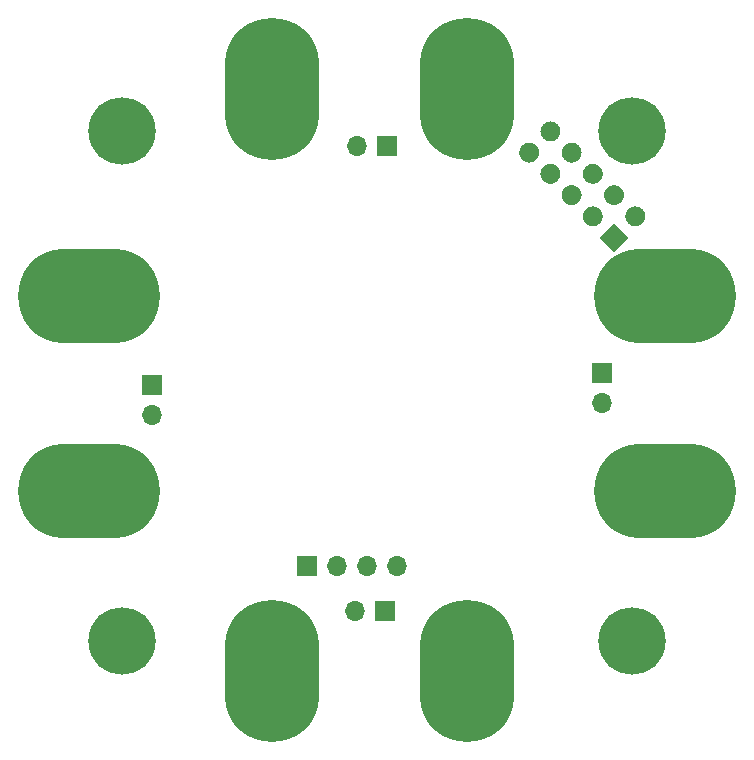
<source format=gbr>
%TF.GenerationSoftware,KiCad,Pcbnew,(5.1.8-0-10_14)*%
%TF.CreationDate,2021-02-16T17:48:47+08:00*%
%TF.ProjectId,batt_board,62617474-5f62-46f6-9172-642e6b696361,rev?*%
%TF.SameCoordinates,Original*%
%TF.FileFunction,Soldermask,Bot*%
%TF.FilePolarity,Negative*%
%FSLAX46Y46*%
G04 Gerber Fmt 4.6, Leading zero omitted, Abs format (unit mm)*
G04 Created by KiCad (PCBNEW (5.1.8-0-10_14)) date 2021-02-16 17:48:47*
%MOMM*%
%LPD*%
G01*
G04 APERTURE LIST*
%ADD10O,12.000000X8.000000*%
%ADD11O,8.000000X12.000000*%
%ADD12O,1.700000X1.700000*%
%ADD13R,1.700000X1.700000*%
%ADD14C,0.100000*%
%ADD15C,5.700000*%
%ADD16C,3.600000*%
G04 APERTURE END LIST*
D10*
%TO.C,J3*%
X97520000Y-78740000D03*
X97520000Y-95250000D03*
%TD*%
D11*
%TO.C,J5*%
X129540000Y-61190000D03*
X113030000Y-61190000D03*
%TD*%
D10*
%TO.C,J4*%
X146320000Y-95250000D03*
X146320000Y-78740000D03*
%TD*%
D11*
%TO.C,J2*%
X129540000Y-110490000D03*
X113030000Y-110490000D03*
%TD*%
D12*
%TO.C,Receiver1*%
X123571000Y-101600000D03*
X121031000Y-101600000D03*
X118491000Y-101600000D03*
D13*
X115951000Y-101600000D03*
%TD*%
D12*
%TO.C,CH4*%
X140970000Y-87830000D03*
D13*
X140970000Y-85290000D03*
%TD*%
D12*
%TO.C,CH3*%
X120250000Y-66040000D03*
D13*
X122790000Y-66040000D03*
%TD*%
%TO.C,conn2upper1*%
G36*
G01*
X137198887Y-64205703D02*
X137198887Y-64205703D01*
G75*
G02*
X137198887Y-65407785I-601041J-601041D01*
G01*
X137198887Y-65407785D01*
G75*
G02*
X135996805Y-65407785I-601041J601041D01*
G01*
X135996805Y-65407785D01*
G75*
G02*
X135996805Y-64205703I601041J601041D01*
G01*
X135996805Y-64205703D01*
G75*
G02*
X137198887Y-64205703I601041J-601041D01*
G01*
G37*
G36*
G01*
X135402836Y-66001754D02*
X135402836Y-66001754D01*
G75*
G02*
X135402836Y-67203836I-601041J-601041D01*
G01*
X135402836Y-67203836D01*
G75*
G02*
X134200754Y-67203836I-601041J601041D01*
G01*
X134200754Y-67203836D01*
G75*
G02*
X134200754Y-66001754I601041J601041D01*
G01*
X134200754Y-66001754D01*
G75*
G02*
X135402836Y-66001754I601041J-601041D01*
G01*
G37*
G36*
G01*
X138994939Y-66001754D02*
X138994939Y-66001754D01*
G75*
G02*
X138994939Y-67203836I-601041J-601041D01*
G01*
X138994939Y-67203836D01*
G75*
G02*
X137792857Y-67203836I-601041J601041D01*
G01*
X137792857Y-67203836D01*
G75*
G02*
X137792857Y-66001754I601041J601041D01*
G01*
X137792857Y-66001754D01*
G75*
G02*
X138994939Y-66001754I601041J-601041D01*
G01*
G37*
G36*
G01*
X137198887Y-67797805D02*
X137198887Y-67797805D01*
G75*
G02*
X137198887Y-68999887I-601041J-601041D01*
G01*
X137198887Y-68999887D01*
G75*
G02*
X135996805Y-68999887I-601041J601041D01*
G01*
X135996805Y-68999887D01*
G75*
G02*
X135996805Y-67797805I601041J601041D01*
G01*
X135996805Y-67797805D01*
G75*
G02*
X137198887Y-67797805I601041J-601041D01*
G01*
G37*
G36*
G01*
X140790990Y-67797805D02*
X140790990Y-67797805D01*
G75*
G02*
X140790990Y-68999887I-601041J-601041D01*
G01*
X140790990Y-68999887D01*
G75*
G02*
X139588908Y-68999887I-601041J601041D01*
G01*
X139588908Y-68999887D01*
G75*
G02*
X139588908Y-67797805I601041J601041D01*
G01*
X139588908Y-67797805D01*
G75*
G02*
X140790990Y-67797805I601041J-601041D01*
G01*
G37*
G36*
G01*
X138994939Y-69593857D02*
X138994939Y-69593857D01*
G75*
G02*
X138994939Y-70795939I-601041J-601041D01*
G01*
X138994939Y-70795939D01*
G75*
G02*
X137792857Y-70795939I-601041J601041D01*
G01*
X137792857Y-70795939D01*
G75*
G02*
X137792857Y-69593857I601041J601041D01*
G01*
X137792857Y-69593857D01*
G75*
G02*
X138994939Y-69593857I601041J-601041D01*
G01*
G37*
G36*
G01*
X142587041Y-69593857D02*
X142587041Y-69593857D01*
G75*
G02*
X142587041Y-70795939I-601041J-601041D01*
G01*
X142587041Y-70795939D01*
G75*
G02*
X141384959Y-70795939I-601041J601041D01*
G01*
X141384959Y-70795939D01*
G75*
G02*
X141384959Y-69593857I601041J601041D01*
G01*
X141384959Y-69593857D01*
G75*
G02*
X142587041Y-69593857I601041J-601041D01*
G01*
G37*
G36*
G01*
X140790990Y-71389908D02*
X140790990Y-71389908D01*
G75*
G02*
X140790990Y-72591990I-601041J-601041D01*
G01*
X140790990Y-72591990D01*
G75*
G02*
X139588908Y-72591990I-601041J601041D01*
G01*
X139588908Y-72591990D01*
G75*
G02*
X139588908Y-71389908I601041J601041D01*
G01*
X139588908Y-71389908D01*
G75*
G02*
X140790990Y-71389908I601041J-601041D01*
G01*
G37*
G36*
G01*
X144383092Y-71389908D02*
X144383092Y-71389908D01*
G75*
G02*
X144383092Y-72591990I-601041J-601041D01*
G01*
X144383092Y-72591990D01*
G75*
G02*
X143181010Y-72591990I-601041J601041D01*
G01*
X143181010Y-72591990D01*
G75*
G02*
X143181010Y-71389908I601041J601041D01*
G01*
X143181010Y-71389908D01*
G75*
G02*
X144383092Y-71389908I601041J-601041D01*
G01*
G37*
D14*
G36*
X141986000Y-72584918D02*
G01*
X143188082Y-73787000D01*
X141986000Y-74989082D01*
X140783918Y-73787000D01*
X141986000Y-72584918D01*
G37*
%TD*%
D12*
%TO.C,CH2*%
X102870000Y-88800000D03*
D13*
X102870000Y-86260000D03*
%TD*%
D12*
%TO.C,CH1*%
X120080000Y-105410000D03*
D13*
X122620000Y-105410000D03*
%TD*%
D15*
%TO.C,H4*%
X143510000Y-107950000D03*
D16*
X143510000Y-107950000D03*
%TD*%
D15*
%TO.C,H3*%
X100330000Y-107950000D03*
D16*
X100330000Y-107950000D03*
%TD*%
D15*
%TO.C,H2*%
X143510000Y-64770000D03*
D16*
X143510000Y-64770000D03*
%TD*%
D15*
%TO.C,H1*%
X100330000Y-64770000D03*
D16*
X100330000Y-64770000D03*
%TD*%
M02*

</source>
